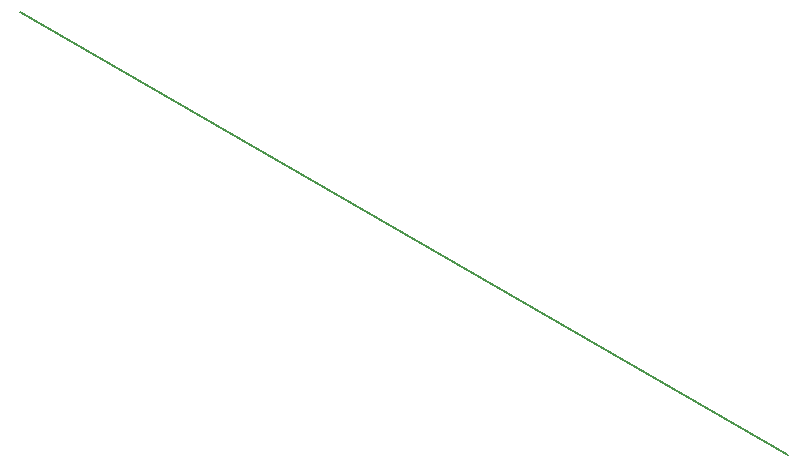
<source format=gbr>
G04 #@! TF.FileFunction,Other,ECO1*
%FSLAX46Y46*%
G04 Gerber Fmt 4.6, Leading zero omitted, Abs format (unit mm)*
G04 Created by KiCad (PCBNEW 4.0.7-e2-6376~58~ubuntu14.04.1) date Sat Jul 14 10:26:38 2018*
%MOMM*%
%LPD*%
G01*
G04 APERTURE LIST*
%ADD10C,0.100000*%
%ADD11C,0.200000*%
G04 APERTURE END LIST*
D10*
D11*
X110000000Y-140000000D02*
X45048094Y-102500000D01*
M02*

</source>
